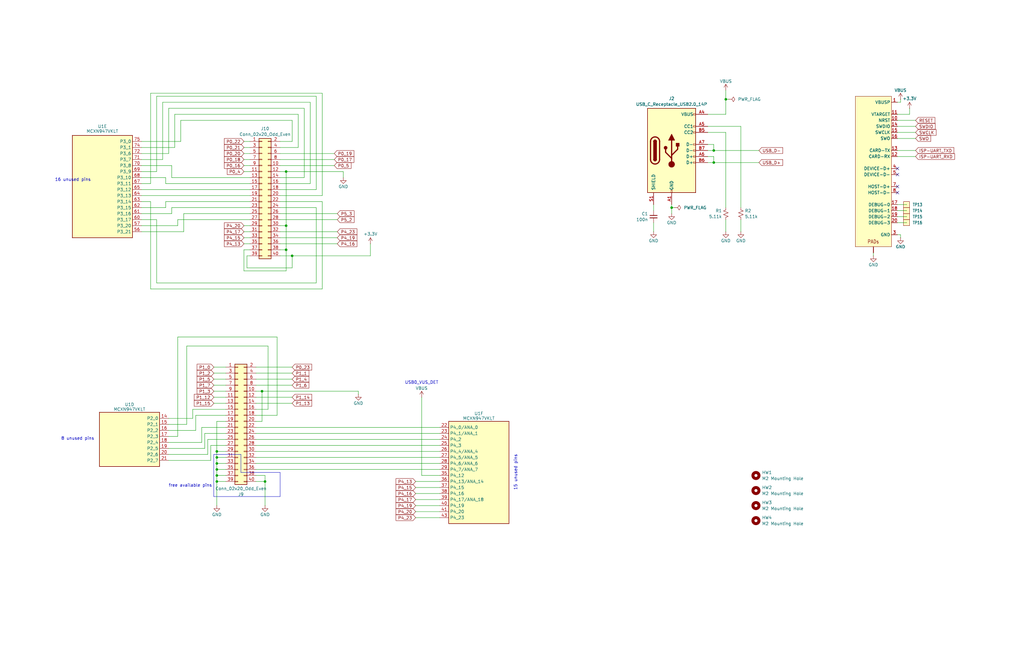
<source format=kicad_sch>
(kicad_sch (version 20250114) (generator "eeschema") (generator_version "9.0")
  (paper "B")
  (title_block (title "MCNX947KVLT Breakout") (date "2025-07-19") (rev "1.0") (company "Portland State Aerospace Society"))
  (lib_symbols
    (symbol "Connector:USB_C_Receptacle_USB2.0_14P" (pin_names (offset 1.016))
      (property "Reference" "J" (at 0 22.225 0))
      (property "Value" "USB_C_Receptacle_USB2.0_14P" (at 0 19.685 0))
      (symbol "USB_C_Receptacle_USB2.0_14P_1_1"
        (pin passive line (at -7.62 -22.86 90) (length 5.08) (name "SHIELD") (number "S1"))
        (pin passive line (at 0 -22.86 90) (length 5.08) (name "GND") (number "A1"))
        (pin passive line (at 0 -22.86 90) (length 5.08) (hide yes) (name "GND") (number "A12"))
        (pin passive line (at 0 -22.86 90) (length 5.08) (hide yes) (name "GND") (number "B1"))
        (pin passive line (at 0 -22.86 90) (length 5.08) (hide yes) (name "GND") (number "B12"))
        (pin passive line (at 15.24 15.24 180) (length 5.08) (name "VBUS") (number "A4"))
        (pin passive line (at 15.24 15.24 180) (length 5.08) (hide yes) (name "VBUS") (number "A9"))
        (pin passive line (at 15.24 15.24 180) (length 5.08) (hide yes) (name "VBUS") (number "B4"))
        (pin passive line (at 15.24 15.24 180) (length 5.08) (hide yes) (name "VBUS") (number "B9"))
        (pin bidirectional line (at 15.24 10.16 180) (length 5.08) (name "CC1") (number "A5"))
        (pin bidirectional line (at 15.24 7.62 180) (length 5.08) (name "CC2") (number "B5"))
        (pin bidirectional line (at 15.24 2.54 180) (length 5.08) (name "D-") (number "A7"))
        (pin bidirectional line (at 15.24 0 180) (length 5.08) (name "D-") (number "B7"))
        (pin bidirectional line (at 15.24 -2.54 180) (length 5.08) (name "D+") (number "A6"))
        (pin bidirectional line (at 15.24 -5.08 180) (length 5.08) (name "D+") (number "B6"))
      )
    )
    (symbol "Connector_Generic:Conn_02x20_Odd_Even" (pin_names (offset 1.016) (hide yes))
      (property "Reference" "J" (at 1.27 25.4 0))
      (property "Value" "Conn_02x20_Odd_Even" (at 1.27 -27.94 0))
      (symbol "Conn_02x20_Odd_Even_1_1"
        (pin passive line (at -5.08 22.86 0) (length 3.81) (name "Pin_1") (number "1"))
        (pin passive line (at -5.08 20.32 0) (length 3.81) (name "Pin_3") (number "3"))
        (pin passive line (at -5.08 17.78 0) (length 3.81) (name "Pin_5") (number "5"))
        (pin passive line (at -5.08 15.24 0) (length 3.81) (name "Pin_7") (number "7"))
        (pin passive line (at -5.08 12.7 0) (length 3.81) (name "Pin_9") (number "9"))
        (pin passive line (at -5.08 10.16 0) (length 3.81) (name "Pin_11") (number "11"))
        (pin passive line (at -5.08 7.62 0) (length 3.81) (name "Pin_13") (number "13"))
        (pin passive line (at -5.08 5.08 0) (length 3.81) (name "Pin_15") (number "15"))
        (pin passive line (at -5.08 2.54 0) (length 3.81) (name "Pin_17") (number "17"))
        (pin passive line (at -5.08 0 0) (length 3.81) (name "Pin_19") (number "19"))
        (pin passive line (at -5.08 -2.54 0) (length 3.81) (name "Pin_21") (number "21"))
        (pin passive line (at -5.08 -5.08 0) (length 3.81) (name "Pin_23") (number "23"))
        (pin passive line (at -5.08 -7.62 0) (length 3.81) (name "Pin_25") (number "25"))
        (pin passive line (at -5.08 -10.16 0) (length 3.81) (name "Pin_27") (number "27"))
        (pin passive line (at -5.08 -12.7 0) (length 3.81) (name "Pin_29") (number "29"))
        (pin passive line (at -5.08 -15.24 0) (length 3.81) (name "Pin_31") (number "31"))
        (pin passive line (at -5.08 -17.78 0) (length 3.81) (name "Pin_33") (number "33"))
        (pin passive line (at -5.08 -20.32 0) (length 3.81) (name "Pin_35") (number "35"))
        (pin passive line (at -5.08 -22.86 0) (length 3.81) (name "Pin_37") (number "37"))
        (pin passive line (at -5.08 -25.4 0) (length 3.81) (name "Pin_39") (number "39"))
        (pin passive line (at 7.62 22.86 180) (length 3.81) (name "Pin_2") (number "2"))
        (pin passive line (at 7.62 20.32 180) (length 3.81) (name "Pin_4") (number "4"))
        (pin passive line (at 7.62 17.78 180) (length 3.81) (name "Pin_6") (number "6"))
        (pin passive line (at 7.62 15.24 180) (length 3.81) (name "Pin_8") (number "8"))
        (pin passive line (at 7.62 12.7 180) (length 3.81) (name "Pin_10") (number "10"))
        (pin passive line (at 7.62 10.16 180) (length 3.81) (name "Pin_12") (number "12"))
        (pin passive line (at 7.62 7.62 180) (length 3.81) (name "Pin_14") (number "14"))
        (pin passive line (at 7.62 5.08 180) (length 3.81) (name "Pin_16") (number "16"))
        (pin passive line (at 7.62 2.54 180) (length 3.81) (name "Pin_18") (number "18"))
        (pin passive line (at 7.62 0 180) (length 3.81) (name "Pin_20") (number "20"))
        (pin passive line (at 7.62 -2.54 180) (length 3.81) (name "Pin_22") (number "22"))
        (pin passive line (at 7.62 -5.08 180) (length 3.81) (name "Pin_24") (number "24"))
        (pin passive line (at 7.62 -7.62 180) (length 3.81) (name "Pin_26") (number "26"))
        (pin passive line (at 7.62 -10.16 180) (length 3.81) (name "Pin_28") (number "28"))
        (pin passive line (at 7.62 -12.7 180) (length 3.81) (name "Pin_30") (number "30"))
        (pin passive line (at 7.62 -15.24 180) (length 3.81) (name "Pin_32") (number "32"))
        (pin passive line (at 7.62 -17.78 180) (length 3.81) (name "Pin_34") (number "34"))
        (pin passive line (at 7.62 -20.32 180) (length 3.81) (name "Pin_36") (number "36"))
        (pin passive line (at 7.62 -22.86 180) (length 3.81) (name "Pin_38") (number "38"))
        (pin passive line (at 7.62 -25.4 180) (length 3.81) (name "Pin_40") (number "40"))
      )
    )
    (symbol "Device:C_Small" (pin_numbers (hide yes)) (pin_names (offset 0.254) (hide yes))
      (property "Reference" "C" (at 0.254 1.778 0))
      (property "Value" "C_Small" (at 0.254 -2.032 0))
      (symbol "C_Small_1_1"
        (pin passive line (at 0 2.54 270) (length 2.032) (name "~") (number "1"))
        (pin passive line (at 0 -2.54 90) (length 2.032) (name "~") (number "2"))
      )
    )
    (symbol "Device:R_Small_US" (pin_numbers (hide yes)) (pin_names (offset 0.254) (hide yes))
      (property "Reference" "R" (at 0.762 0.508 0))
      (property "Value" "R_Small_US" (at 0.762 -1.016 0))
      (symbol "R_Small_US_1_1"
        (pin passive line (at 0 2.54 270) (length 1.016) (name "~") (number "1"))
        (pin passive line (at 0 -2.54 90) (length 1.016) (name "~") (number "2"))
      )
    )
    (symbol "Mechanical:MountingHole" (pin_names (offset 1.016)) (in_bom no)
      (property "Reference" "H" (at 0 5.08 0))
      (property "Value" "MountingHole" (at 0 3.175 0))
    )
    (symbol "oresat-connectors:ORESAT-DEBUG-CONNECTOR-ALL"
      (symbol "ORESAT-DEBUG-CONNECTOR-ALL_1_0"
        (text "PADs" (at -1.27 -31.75 0) (effects (font (size 1.524 1.2954)) (justify left bottom)))
        (pin passive line (at 1.27 -35.56 90) (length 2.54) (name "PAD") (number "PAD1"))
        (pin passive line (at 1.27 -35.56 90) (length 2.54) (name "PAD") (number "PAD2"))
        (pin passive line (at 11.43 27.94 180) (length 2.54) (name "VBUSP") (number "1"))
        (pin passive line (at 11.43 27.94 180) (length 2.54) (hide yes) (name "VBUSP") (number "2"))
        (pin input line (at 11.43 22.86 180) (length 2.54) (name "VTARGET") (number "11"))
        (pin passive line (at 11.43 20.32 180) (length 2.54) (name "NRST") (number "10"))
        (pin passive line (at 11.43 17.78 180) (length 2.54) (name "SWDIO") (number "14"))
        (pin passive line (at 11.43 15.24 180) (length 2.54) (name "SWCLK") (number "15"))
        (pin passive line (at 11.43 12.7 180) (length 2.54) (name "SWO") (number "16"))
        (pin input line (at 11.43 7.62 180) (length 2.54) (name "CARD-TX") (number "13"))
        (pin output line (at 11.43 5.08 180) (length 2.54) (name "CARD-RX") (number "12"))
        (pin passive line (at 11.43 0 180) (length 2.54) (name "DEVICE-D+") (number "4"))
        (pin passive line (at 11.43 -2.54 180) (length 2.54) (name "DEVICE-D-") (number "5"))
        (pin passive line (at 11.43 -7.62 180) (length 2.54) (name "HOST-D+") (number "7"))
        (pin passive line (at 11.43 -10.16 180) (length 2.54) (name "HOST-D-") (number "8"))
        (pin passive line (at 11.43 -15.24 180) (length 2.54) (name "DEBUG-0") (number "17"))
        (pin passive line (at 11.43 -17.78 180) (length 2.54) (name "DEBUG-1") (number "18"))
        (pin passive line (at 11.43 -20.32 180) (length 2.54) (name "DEBUG-2") (number "19"))
        (pin passive line (at 11.43 -22.86 180) (length 2.54) (name "DEBUG-3") (number "20"))
        (pin passive line (at 11.43 -27.94 180) (length 2.54) (name "GND") (number "3"))
        (pin passive line (at 11.43 -27.94 180) (length 2.54) (hide yes) (name "GND") (number "6"))
        (pin passive line (at 11.43 -27.94 180) (length 2.54) (hide yes) (name "GND") (number "9"))
      )
    )
    (symbol "oresat-ics:MCXN947VKLT"
      (property "Reference" "U" (at 0 49.022 0))
      (property "Value" "MCXN947VKLT" (at 0 46.99 0))
      (symbol "MCXN947VKLT_1_1"
        (pin power_in line (at -21.59 41.91 0) (length 3.81) (name "VDD_1") (number "83"))
        (pin power_in line (at -21.59 39.37 0) (length 3.81) (name "VDD_2") (number "96"))
        (pin power_in line (at -21.59 31.75 0) (length 3.81) (name "VDD_P3_1") (number "59"))
        (pin power_in line (at -21.59 29.21 0) (length 3.81) (name "VDD_P3_2") (number "66"))
        (pin power_in line (at -21.59 26.67 0) (length 3.81) (name "VDD_P3_3") (number "73"))
        (pin power_in line (at -21.59 21.59 0) (length 3.81) (name "VDD_P4") (number "34"))
        (pin power_in line (at -21.59 13.97 0) (length 3.81) (name "VDD_USB") (number "44"))
        (pin power_in line (at -21.59 7.62 0) (length 3.81) (name "VDD_BAT") (number "47"))
        (pin power_in line (at -21.59 0 0) (length 3.81) (name "VDD_ANA") (number "30"))
        (pin power_in line (at -21.59 -6.35 0) (length 3.81) (name "VREFH") (number "31"))
        (pin power_in line (at -21.59 -8.89 0) (length 3.81) (name "VREFL") (number "32"))
        (pin power_out line (at -21.59 -16.51 0) (length 3.81) (name "VDD_SYS") (number "55"))
        (pin power_in line (at -21.59 -20.32 0) (length 3.81) (name "VDD_DCDC/VDD_LDO_SYS") (number "54"))
        (pin power_out line (at -21.59 -26.67 0) (length 3.81) (name "DCDC_LX") (number "53"))
        (pin power_in line (at -21.59 -33.02 0) (length 3.81) (name "VDD_LDO_CORE/VDD/VDD_P2") (number "13"))
        (pin power_in line (at -21.59 -39.37 0) (length 3.81) (name "VDD_CORE_1") (number "12"))
        (pin power_in line (at -21.59 -41.91 0) (length 3.81) (name "VDD_CORE_2") (number "58"))
        (pin input line (at 21.59 38.1 180) (length 3.81) (name "RESET_B") (number "9"))
        (pin passive line (at 21.59 27.94 180) (length 3.81) (name "USB0_DP") (number "46"))
        (pin passive line (at 21.59 25.4 180) (length 3.81) (name "USB0_DM") (number "45"))
        (pin no_connect line (at 21.59 0 180) (length 3.81) (name "NC") (number "42"))
        (pin power_in line (at 21.59 -36.83 180) (length 3.81) (name "VSS_DCDC") (number "52"))
        (pin power_in line (at 21.59 -39.37 180) (length 3.81) (name "VSS_P4") (number "33"))
        (pin power_in line (at 21.59 -41.91 180) (length 3.81) (name "EP") (number "101"))
      )
      (symbol "MCXN947VKLT_2_1"
        (pin passive line (at -16.51 17.78 0) (length 3.81) (name "P0_0") (number "76") (alternate "TMS/SWDIO " passive line))
        (pin passive line (at -16.51 15.24 0) (length 3.81) (name "P0_1") (number "77") (alternate "TCLK/SWCLK" passive line))
        (pin passive line (at -16.51 12.7 0) (length 3.81) (name "P0_2") (number "78") (alternate "TDO/SWO " passive line))
        (pin passive line (at -16.51 10.16 0) (length 3.81) (name "P0_3") (number "79") (alternate "TDI " passive line))
        (pin passive line (at -16.51 7.62 0) (length 3.81) (name "P0_4") (number "80"))
        (pin passive line (at -16.51 5.08 0) (length 3.81) (name "P0_5") (number "81"))
        (pin passive line (at -16.51 2.54 0) (length 3.81) (name "P0_6") (number "82") (alternate "ISPMODE_N" passive line))
        (pin passive line (at -16.51 0 0) (length 3.81) (name "P0_16") (number "84"))
        (pin passive line (at -16.51 -2.54 0) (length 3.81) (name "P0_17") (number "85"))
        (pin passive line (at -16.51 -5.08 0) (length 3.81) (name "P0_18") (number "86"))
        (pin passive line (at -16.51 -7.62 0) (length 3.81) (name "P0_19") (number "87"))
        (pin passive line (at -16.51 -10.16 0) (length 3.81) (name "P0_20") (number "88"))
        (pin passive line (at -16.51 -12.7 0) (length 3.81) (name "P0_21") (number "89"))
        (pin passive line (at -16.51 -15.24 0) (length 3.81) (name "P0_22") (number "90"))
        (pin passive line (at -16.51 -17.78 0) (length 3.81) (name "P0_23") (number "91"))
      )
      (symbol "MCXN947VKLT_3_1"
        (pin passive line (at -16.51 21.59 0) (length 3.81) (name "P1_0") (number "92"))
        (pin passive line (at -16.51 19.05 0) (length 3.81) (name "P1_1") (number "93"))
        (pin passive line (at -16.51 16.51 0) (length 3.81) (name "P1_2") (number "94"))
        (pin passive line (at -16.51 13.97 0) (length 3.81) (name "P1_3") (number "95"))
        (pin passive line (at -16.51 11.43 0) (length 3.81) (name "P1_4") (number "97"))
        (pin passive line (at -16.51 8.89 0) (length 3.81) (name "P1_5") (number "98"))
        (pin passive line (at -16.51 6.35 0) (length 3.81) (name "P1_6") (number "99"))
        (pin passive line (at -16.51 3.81 0) (length 3.81) (name "P1_7") (number "100"))
        (pin passive line (at -16.51 1.27 0) (length 3.81) (name "P1_8") (number "1"))
        (pin passive line (at -16.51 -1.27 0) (length 3.81) (name "P1_9") (number "2"))
        (pin passive line (at -16.51 -3.81 0) (length 3.81) (name "P1_10") (number "3"))
        (pin passive line (at -16.51 -6.35 0) (length 3.81) (name "P1_11") (number "4"))
        (pin passive line (at -16.51 -8.89 0) (length 3.81) (name "P1_12") (number "5"))
        (pin passive line (at -16.51 -11.43 0) (length 3.81) (name "P1_13") (number "6"))
        (pin passive line (at -16.51 -13.97 0) (length 3.81) (name "P1_14") (number "7"))
        (pin passive line (at -16.51 -16.51 0) (length 3.81) (name "P1_15") (number "8"))
        (pin passive line (at -16.51 -19.05 0) (length 3.81) (name "P1_30") (number "10"))
        (pin passive line (at -16.51 -21.59 0) (length 3.81) (name "P1_31") (number "11"))
      )
      (symbol "MCXN947VKLT_4_1"
        (pin passive line (at -16.51 8.89 0) (length 3.81) (name "P2_0") (number "14"))
        (pin passive line (at -16.51 6.35 0) (length 3.81) (name "P2_1") (number "15"))
        (pin passive line (at -16.51 3.81 0) (length 3.81) (name "P2_2") (number "16"))
        (pin passive line (at -16.51 1.27 0) (length 3.81) (name "P2_3") (number "17"))
        (pin passive line (at -16.51 -1.27 0) (length 3.81) (name "P2_4") (number "18"))
        (pin passive line (at -16.51 -3.81 0) (length 3.81) (name "P2_5") (number "19"))
        (pin passive line (at -16.51 -6.35 0) (length 3.81) (name "P2_6") (number "20"))
        (pin passive line (at -16.51 -8.89 0) (length 3.81) (name "P2_7") (number "21"))
      )
      (symbol "MCXN947VKLT_5_1"
        (pin passive line (at -16.51 19.05 0) (length 3.81) (name "P3_0") (number "75"))
        (pin passive line (at -16.51 16.51 0) (length 3.81) (name "P3_1") (number "74"))
        (pin passive line (at -16.51 13.97 0) (length 3.81) (name "P3_6") (number "72"))
        (pin passive line (at -16.51 11.43 0) (length 3.81) (name "P3_7") (number "71"))
        (pin passive line (at -16.51 8.89 0) (length 3.81) (name "P3_8") (number "70"))
        (pin passive line (at -16.51 6.35 0) (length 3.81) (name "P3_9") (number "69"))
        (pin passive line (at -16.51 3.81 0) (length 3.81) (name "P3_10") (number "68"))
        (pin passive line (at -16.51 1.27 0) (length 3.81) (name "P3_11") (number "67"))
        (pin passive line (at -16.51 -1.27 0) (length 3.81) (name "P3_12") (number "65"))
        (pin passive line (at -16.51 -3.81 0) (length 3.81) (name "P3_13") (number "64"))
        (pin passive line (at -16.51 -6.35 0) (length 3.81) (name "P3_14") (number "63"))
        (pin passive line (at -16.51 -8.89 0) (length 3.81) (name "P3_15") (number "62"))
        (pin passive line (at -16.51 -11.43 0) (length 3.81) (name "P3_16") (number "61"))
        (pin passive line (at -16.51 -13.97 0) (length 3.81) (name "P3_17") (number "60"))
        (pin passive line (at -16.51 -16.51 0) (length 3.81) (name "P3_20") (number "57"))
        (pin passive line (at -16.51 -19.05 0) (length 3.81) (name "P3_21") (number "56"))
      )
      (symbol "MCXN947VKLT_6_1"
        (pin passive line (at -16.51 19.05 0) (length 3.81) (name "P4_0/ANA_0") (number "22"))
        (pin passive line (at -16.51 16.51 0) (length 3.81) (name "P4_1/ANA_1") (number "23"))
        (pin passive line (at -16.51 13.97 0) (length 3.81) (name "P4_2") (number "24"))
        (pin passive line (at -16.51 11.43 0) (length 3.81) (name "P4_3") (number "25"))
        (pin passive line (at -16.51 8.89 0) (length 3.81) (name "P4_4/ANA_4") (number "26"))
        (pin passive line (at -16.51 6.35 0) (length 3.81) (name "P4_5/ANA_5") (number "27"))
        (pin passive line (at -16.51 3.81 0) (length 3.81) (name "P4_6/ANA_6") (number "28"))
        (pin passive line (at -16.51 1.27 0) (length 3.81) (name "P4_7/ANA_7") (number "29"))
        (pin passive line (at -16.51 -1.27 0) (length 3.81) (name "P4_12") (number "35"))
        (pin passive line (at -16.51 -3.81 0) (length 3.81) (name "P4_13/ANA_14") (number "36"))
        (pin passive line (at -16.51 -6.35 0) (length 3.81) (name "P4_15") (number "37"))
        (pin passive line (at -16.51 -8.89 0) (length 3.81) (name "P4_16") (number "38"))
        (pin passive line (at -16.51 -11.43 0) (length 3.81) (name "P4_17/ANA_18") (number "39"))
        (pin passive line (at -16.51 -13.97 0) (length 3.81) (name "P4_19") (number "40"))
        (pin passive line (at -16.51 -16.51 0) (length 3.81) (name "P4_20") (number "41"))
        (pin passive line (at -16.51 -19.05 0) (length 3.81) (name "P4_23") (number "43"))
      )
      (symbol "MCXN947VKLT_7_1"
        (pin passive line (at -16.51 3.81 0) (length 3.81) (name "P5_0") (number "48"))
        (pin passive line (at -16.51 1.27 0) (length 3.81) (name "P5_1") (number "49"))
        (pin passive line (at -16.51 -1.27 0) (length 3.81) (name "P5_2") (number "50"))
        (pin passive line (at -16.51 -3.81 0) (length 3.81) (name "P5_3") (number "51"))
      )
    )
    (symbol "oresat-misc:Test-Point-0.75mm-th" (exclude_from_sim yes) (in_bom no)
      (property "Reference" "TP" (at 0 2.54 0))
      (symbol "Test-Point-0.75mm-th_1_0"
        (pin passive line (at 0 0 0) (length 0) (name "1") (number "1"))
      )
    )
    (symbol "power:+3.3V" (power) (pin_numbers (hide yes)) (pin_names (offset 0) (hide yes))
      (property "Value" "+3.3V" (at 0 3.556 0))
      (symbol "+3.3V_1_1"
        (pin power_in line (at 0 0 90) (length 0) (name "~") (number "1"))
      )
    )
    (symbol "power:GND" (power) (pin_numbers (hide yes)) (pin_names (offset 0) (hide yes))
      (property "Value" "GND" (at 0 -3.81 0))
      (symbol "GND_1_1"
        (pin power_in line (at 0 0 270) (length 0) (name "~") (number "1"))
      )
    )
    (symbol "power:PWR_FLAG" (power) (pin_numbers (hide yes)) (pin_names (offset 0) (hide yes))
      (property "Value" "PWR_FLAG" (at 0 3.81 0))
      (symbol "PWR_FLAG_0_0"
        (pin power_out line (at 0 0 90) (length 0) (name "~") (number "1"))
      )
    )
    (symbol "power:VBUS" (power) (pin_numbers (hide yes)) (pin_names (offset 0) (hide yes))
      (property "Value" "VBUS" (at 0 3.556 0))
      (symbol "VBUS_1_1"
        (pin power_in line (at 0 0 90) (length 0) (name "~") (number "1"))
      )
    )
  )
  (text "8 unused pins" (at 32.766 185.166 0) (effects (font (size 1.27 1.27))))
  (text "16 unused pins" (at 30.734 75.946 0) (effects (font (size 1.27 1.27))))
  (text "15 unused pins" (at 217.424 199.39 90) (effects (font (size 1.27 1.27))))
  (text "USB0_VUS_DET\n" (at 177.8 161.544 0) (effects (font (size 1.27 1.27))))
  (text "free available pins" (at 80.264 204.978 0) (effects (font (size 1.27 1.27))))
  (junction (at 91.44 195.58))
  (junction (at 300.99 63.5))
  (junction (at 300.99 68.58))
  (junction (at 91.44 203.2))
  (junction (at 283.21 87.63))
  (junction (at 91.44 198.12))
  (junction (at 123.19 107.95))
  (junction (at 120.65 72.39))
  (junction (at 306.07 41.91))
  (junction (at 120.65 95.25))
  (junction (at 110.49 165.1))
  (junction (at 120.65 105.41))
  (junction (at 91.44 193.04))
  (junction (at 111.76 203.2))
  (junction (at 91.44 200.66))
  (junction (at 91.44 190.5))
  (no_connect (at 378.46 73.66))
  (no_connect (at 378.46 78.74))
  (no_connect (at 378.46 71.12))
  (no_connect (at 378.46 81.28))
  (wire (pts (xy 120.65 95.25) (xy 120.65 72.39)))
  (wire (pts (xy 74.93 92.71) (xy 105.41 92.71)))
  (wire (pts (xy 102.87 64.77) (xy 105.41 64.77)))
  (wire (pts (xy 298.45 55.88) (xy 306.07 55.88)))
  (wire (pts (xy 378.46 50.8) (xy 386.08 50.8)))
  (wire (pts (xy 102.87 69.85) (xy 105.41 69.85)))
  (wire (pts (xy 78.74 179.07) (xy 78.74 146.05)))
  (wire (pts (xy 118.11 92.71) (xy 142.24 92.71)))
  (wire (pts (xy 151.13 165.1) (xy 151.13 166.37)))
  (wire (pts (xy 120.65 105.41) (xy 120.65 95.25)))
  (wire (pts (xy 72.39 87.63) (xy 105.41 87.63)))
  (wire (pts (xy 378.46 53.34) (xy 386.08 53.34)))
  (wire (pts (xy 59.69 59.69) (xy 76.2 59.69)))
  (wire (pts (xy 378.46 86.36) (xy 382.27 86.36)))
  (wire (pts (xy 177.8 200.66) (xy 185.42 200.66)))
  (wire (pts (xy 102.87 97.79) (xy 105.41 97.79)))
  (wire (pts (xy 59.69 62.23) (xy 73.66 62.23)))
  (wire (pts (xy 275.59 88.9) (xy 275.59 86.36)))
  (wire (pts (xy 91.44 198.12) (xy 91.44 200.66)))
  (wire (pts (xy 298.45 53.34) (xy 312.42 53.34)))
  (wire (pts (xy 306.07 55.88) (xy 306.07 87.63)))
  (wire (pts (xy 133.35 119.38) (xy 133.35 87.63)))
  (wire (pts (xy 175.26 208.28) (xy 185.42 208.28)))
  (wire (pts (xy 298.45 66.04) (xy 300.99 66.04)))
  (wire (pts (xy 90.17 165.1) (xy 95.25 165.1)))
  (wire (pts (xy 90.17 160.02) (xy 95.25 160.02)))
  (wire (pts (xy 110.49 165.1) (xy 110.49 177.8)))
  (wire (pts (xy 118.11 97.79) (xy 142.24 97.79)))
  (wire (pts (xy 128.27 45.72) (xy 128.27 74.93)))
  (wire (pts (xy 368.3 107.95) (xy 368.3 106.68)))
  (wire (pts (xy 68.58 43.18) (xy 130.81 43.18)))
  (wire (pts (xy 59.69 74.93) (xy 69.85 74.93)))
  (wire (pts (xy 90.17 167.64) (xy 95.25 167.64)))
  (wire (pts (xy 69.85 74.93) (xy 69.85 77.47)))
  (wire (pts (xy 59.69 82.55) (xy 105.41 82.55)))
  (wire (pts (xy 104.14 107.95) (xy 104.14 113.03)))
  (wire (pts (xy 66.04 40.64) (xy 133.35 40.64)))
  (wire (pts (xy 59.69 90.17) (xy 72.39 90.17)))
  (wire (pts (xy 118.11 80.01) (xy 133.35 80.01)))
  (wire (pts (xy 69.85 77.47) (xy 105.41 77.47)))
  (polyline (pts (xy 90.17 191.77) (xy 90.17 209.55)))
  (wire (pts (xy 383.54 48.26) (xy 383.54 45.72)))
  (wire (pts (xy 140.97 67.31) (xy 118.11 67.31)))
  (wire (pts (xy 105.41 105.41) (xy 102.87 105.41)))
  (wire (pts (xy 102.87 95.25) (xy 105.41 95.25)))
  (wire (pts (xy 123.19 167.64) (xy 107.95 167.64)))
  (wire (pts (xy 74.93 142.24) (xy 74.93 184.15)))
  (wire (pts (xy 107.95 177.8) (xy 110.49 177.8)))
  (wire (pts (xy 71.12 186.69) (xy 85.09 186.69)))
  (wire (pts (xy 135.89 121.92) (xy 135.89 85.09)))
  (wire (pts (xy 76.2 59.69) (xy 76.2 50.8)))
  (wire (pts (xy 306.07 41.91) (xy 307.34 41.91)))
  (wire (pts (xy 63.5 121.92) (xy 135.89 121.92)))
  (wire (pts (xy 300.99 60.96) (xy 300.99 63.5)))
  (wire (pts (xy 77.47 97.79) (xy 77.47 90.17)))
  (wire (pts (xy 133.35 40.64) (xy 133.35 80.01)))
  (wire (pts (xy 123.19 170.18) (xy 107.95 170.18)))
  (wire (pts (xy 91.44 200.66) (xy 95.25 200.66)))
  (wire (pts (xy 66.04 92.71) (xy 66.04 119.38)))
  (wire (pts (xy 111.76 200.66) (xy 111.76 203.2)))
  (wire (pts (xy 140.97 69.85) (xy 118.11 69.85)))
  (wire (pts (xy 120.65 114.3) (xy 120.65 105.41)))
  (wire (pts (xy 71.12 194.31) (xy 88.9 194.31)))
  (polyline (pts (xy 90.17 209.55) (xy 118.11 209.55)))
  (wire (pts (xy 91.44 200.66) (xy 91.44 203.2)))
  (wire (pts (xy 306.07 41.91) (xy 306.07 48.26)))
  (wire (pts (xy 107.95 162.56) (xy 123.19 162.56)))
  (wire (pts (xy 113.03 172.72) (xy 107.95 172.72)))
  (wire (pts (xy 378.46 91.44) (xy 382.27 91.44)))
  (wire (pts (xy 91.44 193.04) (xy 91.44 195.58)))
  (wire (pts (xy 102.87 105.41) (xy 102.87 114.3)))
  (wire (pts (xy 312.42 53.34) (xy 312.42 87.63)))
  (wire (pts (xy 130.81 43.18) (xy 130.81 77.47)))
  (wire (pts (xy 378.46 58.42) (xy 386.08 58.42)))
  (wire (pts (xy 59.69 69.85) (xy 72.39 69.85)))
  (wire (pts (xy 78.74 146.05) (xy 113.03 146.05)))
  (wire (pts (xy 116.84 142.24) (xy 74.93 142.24)))
  (wire (pts (xy 81.28 176.53) (xy 81.28 172.72)))
  (wire (pts (xy 90.17 154.94) (xy 95.25 154.94)))
  (wire (pts (xy 312.42 92.71) (xy 312.42 97.79)))
  (wire (pts (xy 91.44 177.8) (xy 91.44 190.5)))
  (wire (pts (xy 118.11 102.87) (xy 142.24 102.87)))
  (wire (pts (xy 135.89 85.09) (xy 118.11 85.09)))
  (wire (pts (xy 107.95 175.26) (xy 116.84 175.26)))
  (wire (pts (xy 69.85 87.63) (xy 69.85 85.09)))
  (wire (pts (xy 102.87 62.23) (xy 105.41 62.23)))
  (wire (pts (xy 59.69 64.77) (xy 71.12 64.77)))
  (wire (pts (xy 118.11 105.41) (xy 120.65 105.41)))
  (wire (pts (xy 111.76 200.66) (xy 107.95 200.66)))
  (wire (pts (xy 156.21 107.95) (xy 156.21 102.87)))
  (wire (pts (xy 91.44 198.12) (xy 95.25 198.12)))
  (wire (pts (xy 118.11 100.33) (xy 142.24 100.33)))
  (wire (pts (xy 71.12 45.72) (xy 128.27 45.72)))
  (wire (pts (xy 91.44 195.58) (xy 91.44 198.12)))
  (wire (pts (xy 107.95 182.88) (xy 185.42 182.88)))
  (wire (pts (xy 105.41 107.95) (xy 104.14 107.95)))
  (wire (pts (xy 298.45 60.96) (xy 300.99 60.96)))
  (wire (pts (xy 66.04 119.38) (xy 133.35 119.38)))
  (wire (pts (xy 76.2 50.8) (xy 123.19 50.8)))
  (wire (pts (xy 95.25 177.8) (xy 91.44 177.8)))
  (wire (pts (xy 102.87 72.39) (xy 105.41 72.39)))
  (wire (pts (xy 107.95 198.12) (xy 185.42 198.12)))
  (wire (pts (xy 107.95 195.58) (xy 185.42 195.58)))
  (wire (pts (xy 71.12 179.07) (xy 78.74 179.07)))
  (wire (pts (xy 133.35 87.63) (xy 118.11 87.63)))
  (wire (pts (xy 59.69 80.01) (xy 105.41 80.01)))
  (wire (pts (xy 379.73 99.06) (xy 379.73 100.33)))
  (wire (pts (xy 91.44 203.2) (xy 91.44 213.36)))
  (wire (pts (xy 73.66 62.23) (xy 73.66 48.26)))
  (wire (pts (xy 59.69 92.71) (xy 66.04 92.71)))
  (wire (pts (xy 102.87 114.3) (xy 120.65 114.3)))
  (wire (pts (xy 81.28 172.72) (xy 95.25 172.72)))
  (wire (pts (xy 71.12 181.61) (xy 82.55 181.61)))
  (wire (pts (xy 306.07 38.1) (xy 306.07 41.91)))
  (wire (pts (xy 71.12 191.77) (xy 87.63 191.77)))
  (wire (pts (xy 111.76 203.2) (xy 107.95 203.2)))
  (wire (pts (xy 123.19 157.48) (xy 107.95 157.48)))
  (wire (pts (xy 135.89 39.37) (xy 135.89 82.55)))
  (wire (pts (xy 118.11 82.55) (xy 135.89 82.55)))
  (wire (pts (xy 59.69 72.39) (xy 66.04 72.39)))
  (wire (pts (xy 72.39 90.17) (xy 72.39 87.63)))
  (wire (pts (xy 300.99 66.04) (xy 300.99 68.58)))
  (wire (pts (xy 102.87 59.69) (xy 105.41 59.69)))
  (wire (pts (xy 298.45 63.5) (xy 300.99 63.5)))
  (wire (pts (xy 175.26 203.2) (xy 185.42 203.2)))
  (wire (pts (xy 77.47 90.17) (xy 105.41 90.17)))
  (wire (pts (xy 175.26 210.82) (xy 185.42 210.82)))
  (wire (pts (xy 378.46 48.26) (xy 383.54 48.26)))
  (wire (pts (xy 123.19 154.94) (xy 107.95 154.94)))
  (wire (pts (xy 118.11 74.93) (xy 128.27 74.93)))
  (wire (pts (xy 123.19 50.8) (xy 123.19 59.69)))
  (wire (pts (xy 91.44 203.2) (xy 95.25 203.2)))
  (wire (pts (xy 107.95 190.5) (xy 185.42 190.5)))
  (wire (pts (xy 378.46 63.5) (xy 386.08 63.5)))
  (wire (pts (xy 82.55 175.26) (xy 95.25 175.26)))
  (wire (pts (xy 59.69 67.31) (xy 68.58 67.31)))
  (wire (pts (xy 63.5 85.09) (xy 63.5 121.92)))
  (wire (pts (xy 90.17 170.18) (xy 95.25 170.18)))
  (wire (pts (xy 118.11 95.25) (xy 120.65 95.25)))
  (wire (pts (xy 111.76 203.2) (xy 111.76 213.36)))
  (wire (pts (xy 120.65 72.39) (xy 144.78 72.39)))
  (wire (pts (xy 91.44 195.58) (xy 95.25 195.58)))
  (wire (pts (xy 378.46 99.06) (xy 379.73 99.06)))
  (wire (pts (xy 110.49 165.1) (xy 151.13 165.1)))
  (wire (pts (xy 175.26 213.36) (xy 185.42 213.36)))
  (wire (pts (xy 59.69 87.63) (xy 69.85 87.63)))
  (wire (pts (xy 275.59 93.98) (xy 275.59 97.79)))
  (wire (pts (xy 116.84 175.26) (xy 116.84 142.24)))
  (wire (pts (xy 300.99 68.58) (xy 320.04 68.58)))
  (wire (pts (xy 125.73 48.26) (xy 125.73 62.23)))
  (polyline (pts (xy 101.6 191.77) (xy 90.17 191.77)))
  (wire (pts (xy 379.73 43.18) (xy 378.46 43.18)))
  (polyline (pts (xy 101.6 199.39) (xy 101.6 191.77)))
  (wire (pts (xy 85.09 186.69) (xy 85.09 180.34)))
  (wire (pts (xy 71.12 189.23) (xy 86.36 189.23)))
  (wire (pts (xy 90.17 162.56) (xy 95.25 162.56)))
  (wire (pts (xy 140.97 64.77) (xy 118.11 64.77)))
  (polyline (pts (xy 118.11 209.55) (xy 118.11 199.39)))
  (wire (pts (xy 88.9 187.96) (xy 95.25 187.96)))
  (wire (pts (xy 90.17 157.48) (xy 95.25 157.48)))
  (wire (pts (xy 300.99 63.5) (xy 320.04 63.5)))
  (wire (pts (xy 85.09 180.34) (xy 95.25 180.34)))
  (wire (pts (xy 283.21 87.63) (xy 284.48 87.63)))
  (wire (pts (xy 123.19 113.03) (xy 123.19 107.95)))
  (wire (pts (xy 283.21 87.63) (xy 283.21 90.17)))
  (wire (pts (xy 86.36 182.88) (xy 95.25 182.88)))
  (wire (pts (xy 175.26 215.9) (xy 185.42 215.9)))
  (wire (pts (xy 91.44 190.5) (xy 91.44 193.04)))
  (wire (pts (xy 86.36 189.23) (xy 86.36 182.88)))
  (wire (pts (xy 107.95 165.1) (xy 110.49 165.1)))
  (wire (pts (xy 378.46 66.04) (xy 386.08 66.04)))
  (wire (pts (xy 107.95 193.04) (xy 185.42 193.04)))
  (wire (pts (xy 87.63 191.77) (xy 87.63 185.42)))
  (wire (pts (xy 91.44 190.5) (xy 95.25 190.5)))
  (wire (pts (xy 59.69 77.47) (xy 63.5 77.47)))
  (wire (pts (xy 107.95 180.34) (xy 185.42 180.34)))
  (wire (pts (xy 87.63 185.42) (xy 95.25 185.42)))
  (wire (pts (xy 283.21 86.36) (xy 283.21 87.63)))
  (wire (pts (xy 177.8 167.64) (xy 177.8 200.66)))
  (wire (pts (xy 144.78 72.39) (xy 144.78 74.93)))
  (wire (pts (xy 59.69 85.09) (xy 63.5 85.09)))
  (wire (pts (xy 123.19 107.95) (xy 156.21 107.95)))
  (wire (pts (xy 73.66 48.26) (xy 125.73 48.26)))
  (wire (pts (xy 82.55 181.61) (xy 82.55 175.26)))
  (wire (pts (xy 68.58 67.31) (xy 68.58 43.18)))
  (wire (pts (xy 118.11 107.95) (xy 123.19 107.95)))
  (wire (pts (xy 69.85 85.09) (xy 105.41 85.09)))
  (wire (pts (xy 72.39 69.85) (xy 72.39 74.93)))
  (wire (pts (xy 102.87 100.33) (xy 105.41 100.33)))
  (wire (pts (xy 102.87 102.87) (xy 105.41 102.87)))
  (wire (pts (xy 306.07 92.71) (xy 306.07 97.79)))
  (wire (pts (xy 63.5 39.37) (xy 135.89 39.37)))
  (wire (pts (xy 113.03 146.05) (xy 113.03 172.72)))
  (wire (pts (xy 379.73 41.91) (xy 379.73 43.18)))
  (wire (pts (xy 71.12 176.53) (xy 81.28 176.53)))
  (wire (pts (xy 74.93 184.15) (xy 71.12 184.15)))
  (wire (pts (xy 107.95 160.02) (xy 123.19 160.02)))
  (wire (pts (xy 91.44 193.04) (xy 95.25 193.04)))
  (wire (pts (xy 118.11 77.47) (xy 130.81 77.47)))
  (wire (pts (xy 107.95 187.96) (xy 185.42 187.96)))
  (wire (pts (xy 72.39 74.93) (xy 105.41 74.93)))
  (wire (pts (xy 104.14 113.03) (xy 123.19 113.03)))
  (wire (pts (xy 378.46 88.9) (xy 382.27 88.9)))
  (wire (pts (xy 118.11 72.39) (xy 120.65 72.39)))
  (wire (pts (xy 74.93 95.25) (xy 74.93 92.71)))
  (wire (pts (xy 123.19 59.69) (xy 118.11 59.69)))
  (polyline (pts (xy 118.11 199.39) (xy 101.6 199.39)))
  (wire (pts (xy 66.04 72.39) (xy 66.04 40.64)))
  (wire (pts (xy 298.45 48.26) (xy 306.07 48.26)))
  (wire (pts (xy 59.69 95.25) (xy 74.93 95.25)))
  (wire (pts (xy 107.95 185.42) (xy 185.42 185.42)))
  (wire (pts (xy 71.12 64.77) (xy 71.12 45.72)))
  (wire (pts (xy 175.26 205.74) (xy 185.42 205.74)))
  (wire (pts (xy 102.87 67.31) (xy 105.41 67.31)))
  (wire (pts (xy 125.73 62.23) (xy 118.11 62.23)))
  (wire (pts (xy 175.26 218.44) (xy 185.42 218.44)))
  (wire (pts (xy 88.9 194.31) (xy 88.9 187.96)))
  (wire (pts (xy 298.45 68.58) (xy 300.99 68.58)))
  (wire (pts (xy 59.69 97.79) (xy 77.47 97.79)))
  (wire (pts (xy 63.5 77.47) (xy 63.5 39.37)))
  (wire (pts (xy 118.11 90.17) (xy 142.24 90.17)))
  (wire (pts (xy 378.46 55.88) (xy 386.08 55.88)))
  (wire (pts (xy 378.46 93.98) (xy 382.27 93.98)))
  (global_label "P4_23" (shape input) (at 142.24 97.79 0) (property "Intersheetrefs" "${INTERSHEET_REFS}" (effects (hide yes))))
  (global_label "P1_2" (shape input) (at 90.17 157.48 180) (property "Intersheetrefs" "${INTERSHEET_REFS}" (effects (hide yes))))
  (global_label "P5_2" (shape input) (at 142.24 92.71 0) (property "Intersheetrefs" "${INTERSHEET_REFS}" (effects (hide yes))))
  (global_label "P4_16" (shape input) (at 175.26 208.28 180) (property "Intersheetrefs" "${INTERSHEET_REFS}" (effects (hide yes))))
  (global_label "P1_0" (shape input) (at 90.17 154.94 180) (property "Intersheetrefs" "${INTERSHEET_REFS}" (effects (hide yes))))
  (global_label "P1_7" (shape input) (at 90.17 162.56 180) (property "Intersheetrefs" "${INTERSHEET_REFS}" (effects (hide yes))))
  (global_label "P4_15" (shape input) (at 175.26 205.74 180) (property "Intersheetrefs" "${INTERSHEET_REFS}" (effects (hide yes))))
  (global_label "P4_20" (shape input) (at 175.26 215.9 180) (property "Intersheetrefs" "${INTERSHEET_REFS}" (effects (hide yes))))
  (global_label "P1_6" (shape input) (at 123.19 162.56 0) (property "Intersheetrefs" "${INTERSHEET_REFS}" (effects (hide yes))))
  (global_label "USB_D-" (shape input) (at 320.04 63.5 0) (property "Intersheetrefs" "${INTERSHEET_REFS}" (effects (hide yes))))
  (global_label "ISP-UART_RXD" (shape input) (at 386.08 66.04 0) (property "Intersheetrefs" "${INTERSHEET_REFS}" (effects (hide yes))))
  (global_label "P1_12" (shape input) (at 90.17 167.64 180) (property "Intersheetrefs" "${INTERSHEET_REFS}" (effects (hide yes))))
  (global_label "ISP-UART_TXD" (shape input) (at 386.08 63.5 0) (property "Intersheetrefs" "${INTERSHEET_REFS}" (effects (hide yes))))
  (global_label "P4_13" (shape input) (at 102.87 102.87 180) (property "Intersheetrefs" "${INTERSHEET_REFS}" (effects (hide yes))))
  (global_label "P1_4" (shape input) (at 123.19 160.02 0) (property "Intersheetrefs" "${INTERSHEET_REFS}" (effects (hide yes))))
  (global_label "P4_13" (shape input) (at 175.26 203.2 180) (property "Intersheetrefs" "${INTERSHEET_REFS}" (effects (hide yes))))
  (global_label "P1_14" (shape input) (at 123.19 167.64 0) (property "Intersheetrefs" "${INTERSHEET_REFS}" (effects (hide yes))))
  (global_label "P0_17" (shape input) (at 140.97 67.31 0) (property "Intersheetrefs" "${INTERSHEET_REFS}" (effects (hide yes))))
  (global_label "P0_18" (shape input) (at 102.87 67.31 180) (property "Intersheetrefs" "${INTERSHEET_REFS}" (effects (hide yes))))
  (global_label "P0_21" (shape input) (at 102.87 62.23 180) (property "Intersheetrefs" "${INTERSHEET_REFS}" (effects (hide yes))))
  (global_label "P0_20" (shape input) (at 102.87 64.77 180) (property "Intersheetrefs" "${INTERSHEET_REFS}" (effects (hide yes))))
  (global_label "P1_5" (shape input) (at 90.17 160.02 180) (property "Intersheetrefs" "${INTERSHEET_REFS}" (effects (hide yes))))
  (global_label "P1_3" (shape input) (at 90.17 165.1 180) (property "Intersheetrefs" "${INTERSHEET_REFS}" (effects (hide yes))))
  (global_label "P1_15" (shape input) (at 90.17 170.18 180) (property "Intersheetrefs" "${INTERSHEET_REFS}" (effects (hide yes))))
  (global_label "RESET" (shape input) (at 386.08 50.8 0) (property "Intersheetrefs" "${INTERSHEET_REFS}" (effects (hide yes))))
  (global_label "P0_23" (shape input) (at 123.19 154.94 0) (property "Intersheetrefs" "${INTERSHEET_REFS}" (effects (hide yes))))
  (global_label "P0_4" (shape input) (at 102.87 72.39 180) (property "Intersheetrefs" "${INTERSHEET_REFS}" (effects (hide yes))))
  (global_label "USB_D+" (shape input) (at 320.04 68.58 0) (property "Intersheetrefs" "${INTERSHEET_REFS}" (effects (hide yes))))
  (global_label "P5_3" (shape input) (at 142.24 90.17 0) (property "Intersheetrefs" "${INTERSHEET_REFS}" (effects (hide yes))))
  (global_label "P4_17" (shape input) (at 102.87 97.79 180) (property "Intersheetrefs" "${INTERSHEET_REFS}" (effects (hide yes))))
  (global_label "P4_20" (shape input) (at 102.87 95.25 180) (property "Intersheetrefs" "${INTERSHEET_REFS}" (effects (hide yes))))
  (global_label "P4_19" (shape input) (at 175.26 213.36 180) (property "Intersheetrefs" "${INTERSHEET_REFS}" (effects (hide yes))))
  (global_label "P4_17" (shape input) (at 175.26 210.82 180) (property "Intersheetrefs" "${INTERSHEET_REFS}" (effects (hide yes))))
  (global_label "P4_23" (shape input) (at 175.26 218.44 180) (property "Intersheetrefs" "${INTERSHEET_REFS}" (effects (hide yes))))
  (global_label "SWDIO" (shape input) (at 386.08 53.34 0) (property "Intersheetrefs" "${INTERSHEET_REFS}" (effects (hide yes))))
  (global_label "P1_13" (shape input) (at 123.19 170.18 0) (property "Intersheetrefs" "${INTERSHEET_REFS}" (effects (hide yes))))
  (global_label "SWO" (shape input) (at 386.08 58.42 0) (property "Intersheetrefs" "${INTERSHEET_REFS}" (effects (hide yes))))
  (global_label "SWCLK" (shape input) (at 386.08 55.88 0) (property "Intersheetrefs" "${INTERSHEET_REFS}" (effects (hide yes))))
  (global_label "P4_15" (shape input) (at 102.87 100.33 180) (property "Intersheetrefs" "${INTERSHEET_REFS}" (effects (hide yes))))
  (global_label "P4_16" (shape input) (at 142.24 102.87 0) (property "Intersheetrefs" "${INTERSHEET_REFS}" (effects (hide yes))))
  (global_label "P0_22" (shape input) (at 102.87 59.69 180) (property "Intersheetrefs" "${INTERSHEET_REFS}" (effects (hide yes))))
  (global_label "P1_1" (shape input) (at 123.19 157.48 0) (property "Intersheetrefs" "${INTERSHEET_REFS}" (effects (hide yes))))
  (global_label "P0_5" (shape input) (at 140.97 69.85 0) (property "Intersheetrefs" "${INTERSHEET_REFS}" (effects (hide yes))))
  (global_label "P0_19" (shape input) (at 140.97 64.77 0) (property "Intersheetrefs" "${INTERSHEET_REFS}" (effects (hide yes))))
  (global_label "P0_16" (shape input) (at 102.87 69.85 180) (property "Intersheetrefs" "${INTERSHEET_REFS}" (effects (hide yes))))
  (global_label "P4_19" (shape input) (at 142.24 100.33 0) (property "Intersheetrefs" "${INTERSHEET_REFS}" (effects (hide yes))))
  (symbol (lib_id "Device:R_Small_US") (at 306.07 90.17 0) (mirror x) (unit 1)
    (property "Reference" "R1" (at 304.419 88.9578 0) (effects (justify right)))
    (property "Value" "5.11k" (at 304.419 91.3821 0) (effects (justify right)))
    (property "Footprint" "oresat-passives:0603-C-NOSILK" (effects (hide yes)))
    (property "Description" "5.11 kOhms ±1% 0.1W, 1/10W Chip Resistor 0603 (1608 Metric) Automotive AEC-Q200 Thick Film" (effects (hide yes)))
    (property "MFR" "Stackpole Electronics Inc" (effects (hide yes)))
    (property "MPN" "RMCF0603FT5K11" (effects (hide yes)))
  )
  (symbol (lib_id "power:GND") (at 111.76 213.36 0) (mirror y) (unit 1)
    (property "Reference" "#PWR060" (effects (hide yes)))
    (property "Value" "GND" (at 111.76 217.17 0))
    (property "Description" "Power symbol creates a global label with name \"GND\" , ground" (effects (hide yes)))
  )
  (symbol (lib_id "power:+3.3V") (at 156.21 102.87 0) (unit 1)
    (property "Reference" "#PWR035" (effects (hide yes)))
    (property "Value" "+3.3V" (at 156.21 98.7369 0))
    (property "Description" "Power symbol creates a global label with name \"+3.3V\"" (effects (hide yes)))
  )
  (symbol (lib_id "Mechanical:MountingHole") (at 318.77 200.66 0) (unit 1) (in_bom no)
    (property "Reference" "HW1" (at 321.31 199.3899 0) (effects (justify left)))
    (property "Value" "M2 Mounting Hole" (at 321.31 201.9299 0) (effects (justify left)))
    (property "Footprint" "oresat-misc:Hole-2.1mm-NPTH" (effects (hide yes)))
    (property "Description" "Mounting Hole without connection" (effects (hide yes)))
  )
  (symbol (lib_id "Connector_Generic:Conn_02x20_Odd_Even") (at 100.33 177.8 0) (unit 1)
    (property "Reference" "J9" (at 101.6 208.6145 0))
    (property "Value" "Conn_02x20_Odd_Even" (at 101.6 206.1902 0))
    (property "Footprint" "Connector_PinHeader_2.54mm:PinHeader_2x20_P2.54mm_Vertical" (effects (hide yes)))
    (property "Description" "Generic connector, double row, 02x20, odd/even pin numbering scheme (row 1 odd numbers, row 2 even numbers), script generated (kicad-library-utils/schlib/autogen/connector/)" (effects (hide yes)))
    (property "MFR" "Adam Tech" (effects (hide yes)))
    (property "MPN" "PH2-20-UA" (effects (hide yes)))
  )
  (symbol (lib_id "power:PWR_FLAG") (at 284.48 87.63 270) (unit 1)
    (property "Reference" "#FLG02" (effects (hide yes)))
    (property "Value" "PWR_FLAG" (at 288.29 87.6299 90) (effects (justify left)))
    (property "Description" "Special symbol for telling ERC where power comes from" (effects (hide yes)))
  )
  (symbol (lib_id "power:GND") (at 368.3 107.95 0) (unit 1)
    (property "Reference" "#PWR055" (effects (hide yes)))
    (property "Value" "GND" (at 368.3 111.76 0))
    (property "Description" "Power symbol creates a global label with name \"GND\" , ground" (effects (hide yes)))
  )
  (symbol (lib_id "oresat-connectors:ORESAT-DEBUG-CONNECTOR-ALL") (at 367.03 71.12 0) (unit 1)
    (property "Reference" "J7" (effects (hide yes)))
    (property "Value" "OreSat Debug" (effects (hide yes)))
    (property "Footprint" "oresat-connectors:J-TE-2-1734592-0" (effects (hide yes)))
    (property "Datasheet" "https://www.te.com/usa-en/product-2-1734592-0.datasheet.pdf" (effects (hide yes)))
    (property "Description" "20 Position FPC Connector Contacts, Bottom 0.020\" (0.50mm) Surface Mount, Right Angle" (effects (hide yes)))
    (property "MFR" "TE" (effects (hide yes)))
    (property "MPN" "2-1734592-0" (effects (hide yes)))
  )
  (symbol (lib_id "power:VBUS") (at 177.8 167.64 0) (mirror y) (unit 1)
    (property "Reference" "#PWR054" (effects (hide yes)))
    (property "Value" "VBUS" (at 177.8 163.83 0))
    (property "Description" "Power symbol creates a global label with name \"VBUS\"" (effects (hide yes)))
  )
  (symbol (lib_id "power:GND") (at 306.07 97.79 0) (unit 1)
    (property "Reference" "#PWR015" (effects (hide yes)))
    (property "Value" "GND" (at 306.07 101.6 0))
    (property "Description" "Power symbol creates a global label with name \"GND\" , ground" (effects (hide yes)))
  )
  (symbol (lib_id "power:GND") (at 283.21 90.17 0) (unit 1)
    (property "Reference" "#PWR04" (effects (hide yes)))
    (property "Value" "GND" (at 283.21 93.98 0))
    (property "Description" "Power symbol creates a global label with name \"GND\" , ground" (effects (hide yes)))
  )
  (symbol (lib_id "power:GND") (at 312.42 97.79 0) (unit 1)
    (property "Reference" "#PWR017" (effects (hide yes)))
    (property "Value" "GND" (at 312.42 101.6 0))
    (property "Description" "Power symbol creates a global label with name \"GND\" , ground" (effects (hide yes)))
  )
  (symbol (lib_id "power:VBUS") (at 306.07 38.1 0) (unit 1)
    (property "Reference" "#PWR014" (effects (hide yes)))
    (property "Value" "VBUS" (at 306.07 34.29 0))
    (property "Description" "Power symbol creates a global label with name \"VBUS\"" (effects (hide yes)))
  )
  (symbol (lib_id "power:PWR_FLAG") (at 307.34 41.91 270) (unit 1)
    (property "Reference" "#FLG03" (effects (hide yes)))
    (property "Value" "PWR_FLAG" (at 311.15 41.9099 90) (effects (justify left)))
    (property "Description" "Special symbol for telling ERC where power comes from" (effects (hide yes)))
  )
  (symbol (lib_id "oresat-misc:Test-Point-0.75mm-th") (at 382.27 91.44 0) (unit 1) (exclude_from_sim yes) (in_bom no)
    (property "Reference" "TP15" (at 384.81 91.4399 0) (effects (font (size 1.27 1.0795)) (justify left)))
    (property "Value" "Test-Point" (effects (hide yes)))
    (property "Footprint" "oresat-misc:TestPoint-0.75mm-th" (effects (hide yes)))
    (property "Description" "0.75 mm TH test point; good for scope probes and jumpers" (effects (hide yes)))
  )
  (symbol (lib_id "oresat-ics:MCXN947VKLT") (at 43.18 78.74 0) (mirror y) (unit 5)
    (property "Reference" "U1" (at 43.18 53.34 0))
    (property "Value" "MCXN947VKLT" (at 43.18 55.372 0))
    (property "Footprint" "oresat-ics:MCXN947KVLT-QFP50P1600X1600X160-101N" (effects (hide yes)))
    (property "Datasheet" "https://www.nxp.com/docs/en/data-sheet/MCXNx4xDS.pdf" (effects (hide yes)))
    (property "Description" "ARM Microcontrollers - MCU MCXN10, 100HLQFP (also MCXN947VNLT)" (effects (hide yes)))
    (property "MFR" "NXP" (effects (hide yes)))
    (property "MPN" "MCXN947VKLT" (effects (hide yes)))
    (pin "77" (alternate "TCLK/SWCLK"))
    (pin "79" (alternate "TDI "))
    (pin "76" (alternate "TMS/SWDIO "))
    (pin "78" (alternate "TDO/SWO "))
    (pin "82" (alternate "ISPMODE_N"))
  )
  (symbol (lib_id "oresat-misc:Test-Point-0.75mm-th") (at 382.27 88.9 0) (unit 1) (exclude_from_sim yes) (in_bom no)
    (property "Reference" "TP14" (at 384.81 88.8999 0) (effects (font (size 1.27 1.0795)) (justify left)))
    (property "Value" "Test-Point" (effects (hide yes)))
    (property "Footprint" "oresat-misc:TestPoint-0.75mm-th" (effects (hide yes)))
    (property "Description" "0.75 mm TH test point; good for scope probes and jumpers" (effects (hide yes)))
  )
  (symbol (lib_id "Mechanical:MountingHole") (at 318.77 219.71 0) (unit 1) (in_bom no)
    (property "Reference" "HW4" (at 321.31 218.4399 0) (effects (justify left)))
    (property "Value" "M2 Mounting Hole" (at 321.31 220.9799 0) (effects (justify left)))
    (property "Footprint" "oresat-misc:Hole-2.1mm-NPTH" (effects (hide yes)))
    (property "Description" "Mounting Hole without connection" (effects (hide yes)))
  )
  (symbol (lib_id "oresat-misc:Test-Point-0.75mm-th") (at 382.27 86.36 0) (unit 1) (exclude_from_sim yes) (in_bom no)
    (property "Reference" "TP13" (at 384.81 86.3599 0) (effects (font (size 1.27 1.0795)) (justify left)))
    (property "Value" "Test-Point" (effects (hide yes)))
    (property "Footprint" "oresat-misc:TestPoint-0.75mm-th" (effects (hide yes)))
    (property "Description" "0.75 mm TH test point; good for scope probes and jumpers" (effects (hide yes)))
  )
  (symbol (lib_id "power:GND") (at 275.59 97.79 0) (unit 1)
    (property "Reference" "#PWR02" (effects (hide yes)))
    (property "Value" "GND" (at 275.59 101.6 0))
    (property "Description" "Power symbol creates a global label with name \"GND\" , ground" (effects (hide yes)))
  )
  (symbol (lib_id "power:GND") (at 144.78 74.93 0) (unit 1)
    (property "Reference" "#PWR057" (effects (hide yes)))
    (property "Value" "GND" (at 144.78 78.74 0))
    (property "Description" "Power symbol creates a global label with name \"GND\" , ground" (effects (hide yes)))
  )
  (symbol (lib_id "Mechanical:MountingHole") (at 318.77 213.36 0) (unit 1) (in_bom no)
    (property "Reference" "HW3" (at 321.31 212.0899 0) (effects (justify left)))
    (property "Value" "M2 Mounting Hole" (at 321.31 214.6299 0) (effects (justify left)))
    (property "Footprint" "oresat-misc:Hole-2.1mm-NPTH" (effects (hide yes)))
    (property "Description" "Mounting Hole without connection" (effects (hide yes)))
  )
  (symbol (lib_id "power:GND") (at 379.73 100.33 0) (unit 1)
    (property "Reference" "#PWR056" (effects (hide yes)))
    (property "Value" "GND" (at 379.73 104.14 0))
    (property "Description" "Power symbol creates a global label with name \"GND\" , ground" (effects (hide yes)))
  )
  (symbol (lib_id "oresat-ics:MCXN947VKLT") (at 54.61 185.42 0) (mirror y) (unit 4)
    (property "Reference" "U1" (at 54.61 170.688 0))
    (property "Value" "MCXN947VKLT" (at 54.61 172.72 0))
    (property "Footprint" "oresat-ics:MCXN947KVLT-QFP50P1600X1600X160-101N" (effects (hide yes)))
    (property "Datasheet" "https://www.nxp.com/docs/en/data-sheet/MCXNx4xDS.pdf" (effects (hide yes)))
    (property "Description" "ARM Microcontrollers - MCU MCXN10, 100HLQFP (also MCXN947VNLT)" (effects (hide yes)))
    (property "MFR" "NXP" (effects (hide yes)))
    (property "MPN" "MCXN947VKLT" (effects (hide yes)))
    (pin "77" (alternate "TCLK/SWCLK"))
    (pin "79" (alternate "TDI "))
    (pin "76" (alternate "TMS/SWDIO "))
    (pin "78" (alternate "TDO/SWO "))
    (pin "82" (alternate "ISPMODE_N"))
  )
  (symbol (lib_id "oresat-ics:MCXN947VKLT") (at 201.93 199.39 0) (unit 6)
    (property "Reference" "U1" (at 201.93 174.498 0))
    (property "Value" "MCXN947VKLT" (at 201.93 176.53 0))
    (property "Footprint" "oresat-ics:MCXN947KVLT-QFP50P1600X1600X160-101N" (effects (hide yes)))
    (property "Datasheet" "https://www.nxp.com/docs/en/data-sheet/MCXNx4xDS.pdf" (effects (hide yes)))
    (property "Description" "ARM Microcontrollers - MCU MCXN10, 100HLQFP (also MCXN947VNLT)" (effects (hide yes)))
    (property "MFR" "NXP" (effects (hide yes)))
    (property "MPN" "MCXN947VKLT" (effects (hide yes)))
    (pin "77" (alternate "TCLK/SWCLK"))
    (pin "79" (alternate "TDI "))
    (pin "76" (alternate "TMS/SWDIO "))
    (pin "78" (alternate "TDO/SWO "))
    (pin "82" (alternate "ISPMODE_N"))
  )
  (symbol (lib_id "Mechanical:MountingHole") (at 318.77 207.01 0) (unit 1) (in_bom no)
    (property "Reference" "HW2" (at 321.31 205.7399 0) (effects (justify left)))
    (property "Value" "M2 Mounting Hole" (at 321.31 208.2799 0) (effects (justify left)))
    (property "Footprint" "oresat-misc:Hole-2.1mm-NPTH" (effects (hide yes)))
    (property "Description" "Mounting Hole without connection" (effects (hide yes)))
  )
  (symbol (lib_id "power:GND") (at 151.13 166.37 0) (unit 1)
    (property "Reference" "#PWR036" (effects (hide yes)))
    (property "Value" "GND" (at 151.13 170.18 0))
    (property "Description" "Power symbol creates a global label with name \"GND\" , ground" (effects (hide yes)))
  )
  (symbol (lib_id "oresat-misc:Test-Point-0.75mm-th") (at 382.27 93.98 0) (unit 1) (exclude_from_sim yes) (in_bom no)
    (property "Reference" "TP16" (at 384.81 93.9799 0) (effects (font (size 1.27 1.0795)) (justify left)))
    (property "Value" "Test-Point" (effects (hide yes)))
    (property "Footprint" "oresat-misc:TestPoint-0.75mm-th" (effects (hide yes)))
    (property "Description" "0.75 mm TH test point; good for scope probes and jumpers" (effects (hide yes)))
  )
  (symbol (lib_id "power:GND") (at 91.44 213.36 0) (unit 1)
    (property "Reference" "#PWR059" (effects (hide yes)))
    (property "Value" "GND" (at 91.44 217.17 0))
    (property "Description" "Power symbol creates a global label with name \"GND\" , ground" (effects (hide yes)))
  )
  (symbol (lib_id "Device:R_Small_US") (at 312.42 90.17 180) (unit 1)
    (property "Reference" "R2" (at 314.071 88.9578 0) (effects (justify right)))
    (property "Value" "5.11k" (at 314.071 91.3821 0) (effects (justify right)))
    (property "Footprint" "oresat-passives:0603-C-NOSILK" (effects (hide yes)))
    (property "Description" "5.11 kOhms ±1% 0.1W, 1/10W Chip Resistor 0603 (1608 Metric) Automotive AEC-Q200 Thick Film" (effects (hide yes)))
    (property "MFR" "Stackpole Electronics Inc" (effects (hide yes)))
    (property "MPN" "RMCF0603FT5K11" (effects (hide yes)))
  )
  (symbol (lib_id "power:VBUS") (at 379.73 41.91 0) (unit 1)
    (property "Reference" "#PWR09" (effects (hide yes)))
    (property "Value" "VBUS" (at 379.73 38.1 0))
    (property "Description" "Power symbol creates a global label with name \"VBUS\"" (effects (hide yes)))
  )
  (symbol (lib_id "Connector_Generic:Conn_02x20_Odd_Even") (at 110.49 82.55 0) (unit 1)
    (property "Reference" "J10" (at 111.76 54.2755 0))
    (property "Value" "Conn_02x20_Odd_Even" (at 111.76 56.6998 0))
    (property "Footprint" "Connector_PinHeader_2.54mm:PinHeader_2x20_P2.54mm_Vertical" (effects (hide yes)))
    (property "Description" "Generic connector, double row, 02x20, odd/even pin numbering scheme (row 1 odd numbers, row 2 even numbers), script generated (kicad-library-utils/schlib/autogen/connector/)" (effects (hide yes)))
    (property "MFR" "Adam Tech" (effects (hide yes)))
    (property "MPN" "PH2-20-UA" (effects (hide yes)))
  )
  (symbol (lib_id "power:+3.3V") (at 383.54 45.72 0) (unit 1)
    (property "Reference" "#PWR058" (effects (hide yes)))
    (property "Value" "+3.3V" (at 383.54 41.5869 0))
    (property "Description" "Power symbol creates a global label with name \"+3.3V\"" (effects (hide yes)))
  )
  (symbol (lib_id "Device:C_Small") (at 275.59 91.44 0) (mirror y) (unit 1)
    (property "Reference" "C1" (at 273.2659 90.2341 0) (effects (justify left)))
    (property "Value" "100n" (at 273.2659 92.6584 0) (effects (justify left)))
    (property "Footprint" "oresat-passives:0603-C-NOSILK" (effects (hide yes)))
    (property "Datasheet" "https://search.murata.co.jp/Ceramy/image/img/A01X/G101/ENG/GRM188R72A104KA35-01.pdf" (effects (hide yes)))
    (property "Description" "0.1 µF ±10% 100V Ceramic Capacitor X7R 0603 (1608 Metric)" (effects (hide yes)))
    (property "MFR" "Murata Electronics" (effects (hide yes)))
    (property "MPN" "GRM188R72A104KA35D" (effects (hide yes)))
  )
  (symbol (lib_id "Connector:USB_C_Receptacle_USB2.0_14P") (at 283.21 63.5 0) (unit 1)
    (property "Reference" "J2" (at 283.21 41.5755 0))
    (property "Value" "USB_C_Receptacle_USB2.0_14P" (at 283.21 43.9998 0))
    (property "Footprint" "Connector_USB:USB_C_Receptacle_Palconn_UTC16-G" (effects (hide yes)))
    (property "Datasheet" "https://gct.co/files/specs/usb4105-spec.pdf" (effects (hide yes)))
    (property "Description" "USB-C (USB TYPE-C) USB 2.0 Receptacle Connector 24 (16+8 Dummy) Position Surface Mount, Right Angle; Through Hole" (effects (hide yes)))
    (property "MFR" "GCT" (effects (hide yes)))
    (property "MPN" "USB4105-GF-A" (effects (hide yes)))
  )
)
</source>
